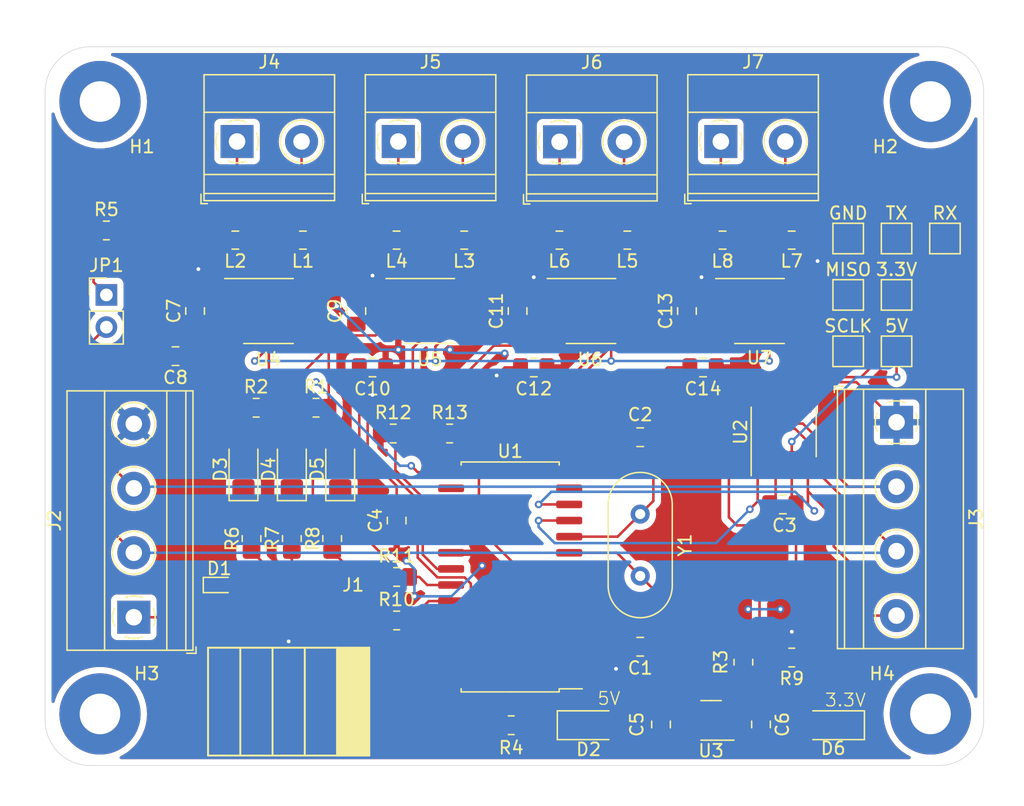
<source format=kicad_pcb>
(kicad_pcb (version 20221018) (generator pcbnew)
  (layers (0 "F.Cu" signal) (31 "B.Cu" signal) (34 "B.Paste" user) (35 "F.Paste" user) (36 "B.SilkS" user "B.Silkscreen") (37 "F.SilkS" user "F.Silkscreen") (38 "B.Mask" user) (39 "F.Mask" user) (44 "Edge.Cuts" user))
  (net 0 "")
  (net 1 "/OSC1")
  (net 2 "GND")
  (net 3 "/OSC2")
  (net 4 "+5V")
  (net 5 "+3.3V")
  (net 6 "Net-(U4-T+)")
  (net 7 "Net-(U4-T-)")
  (net 8 "Net-(U5-T+)")
  (net 9 "Net-(U5-T-)")
  (net 10 "Net-(U6-T+)")
  (net 11 "Net-(U6-T-)")
  (net 12 "Net-(U7-T+)")
  (net 13 "Net-(U7-T-)")
  (net 14 "Net-(D2-K)")
  (net 15 "Net-(D3-K)")
  (net 16 "Net-(D4-K)")
  (net 17 "Net-(D5-K)")
  (net 18 "Net-(D6-K)")
  (net 19 "/~{MCLR}")
  (net 20 "/ICSPDAT")
  (net 21 "/ICSPCLK")
  (net 22 "/CANH")
  (net 23 "/CANL")
  (net 24 "Net-(J4-Pin_1)")
  (net 25 "Net-(J4-Pin_2)")
  (net 26 "Net-(J5-Pin_1)")
  (net 27 "Net-(J5-Pin_2)")
  (net 28 "Net-(J6-Pin_1)")
  (net 29 "Net-(J6-Pin_2)")
  (net 30 "Net-(J7-Pin_1)")
  (net 31 "Net-(J7-Pin_2)")
  (net 32 "Net-(JP1-A)")
  (net 33 "MISO")
  (net 34 "SCLK")
  (net 35 "Net-(U1-RB5)")
  (net 36 "Net-(U1-RB4)")
  (net 37 "Net-(U1-RB3)")
  (net 38 "/CS1")
  (net 39 "/CS2")
  (net 40 "/CS3")
  (net 41 "/CS4")
  (net 42 "/CAN_RX")
  (net 43 "/CAN_TX")
  (footprint "Package_TO_SOT_SMD:SOT-23-3" (layer "F.Cu") (at 153.5375 124.333 180)
    (fp_text reference "U3")
    (fp_text value "AP2120N-3.3TRG1")
  )
  (footprint "Capacitor_SMD:C_0805_2012Metric_Pad1.18x1.45mm_HandSolder" (layer "F.Cu") (at 157.469 124.653 -90)
    (fp_text reference "C6")
    (fp_text value "22uF")
  )
  (footprint "MountingHole:MountingHole_3.2mm_M3_Pad" (layer "F.Cu") (at 170.815 123.825)
    (fp_text reference "H4")
    (fp_text value "MountingHole")
  )
  (footprint "TestPoint:TestPoint_Pad_2.0x2.0mm" (layer "F.Cu") (at 168.145 90.805)
    (fp_text reference "3.3V")
    (fp_text value "TestPoint")
  )
  (footprint "Resistor_SMD:R_0805_2012Metric_Pad1.20x1.40mm_HandSolder" (layer "F.Cu") (at 128.775 116.459)
    (fp_text reference "R10")
    (fp_text value "10k")
  )
  (footprint "LED_SMD:LED_1206_3216Metric_Pad1.42x1.75mm_HandSolder" (layer "F.Cu") (at 116.71 104.5575 90)
    (fp_text reference "D3")
    (fp_text value "YELLOW")
  )
  (footprint "TerminalBlock_Phoenix:TerminalBlock_Phoenix_MKDS-1,5-4-5.08_1x04_P5.08mm_Horizontal" (layer "F.Cu") (at 108.074 116.205 90)
    (fp_text reference "J2")
    (fp_text value "CAN Conn")
  )
  (footprint "TestPoint:TestPoint_Pad_2.0x2.0mm" (layer "F.Cu") (at 168.145 95.25)
    (fp_text reference "5V")
    (fp_text value "TestPoint")
  )
  (footprint "TerminalBlock_Phoenix:TerminalBlock_Phoenix_MKDS-1,5-2-5.08_1x02_P5.08mm_Horizontal" (layer "F.Cu") (at 116.205 78.7146)
    (fp_text reference "J4")
    (fp_text value "Thermocouple conn")
  )
  (footprint "LED_SMD:LED_1206_3216Metric_Pad1.42x1.75mm_HandSolder" (layer "F.Cu") (at 163.153 124.714 180)
    (fp_text reference "D6")
    (fp_text value "GREEN")
  )
  (footprint "TerminalBlock_Phoenix:TerminalBlock_Phoenix_MKDS-1,5-4-5.08_1x04_P5.08mm_Horizontal" (layer "F.Cu") (at 168.145 100.838 -90)
    (fp_text reference "J3")
    (fp_text value "CAN Ext Conn")
  )
  (footprint "Connector_PinHeader_2.54mm:PinHeader_1x02_P2.54mm_Vertical" (layer "F.Cu") (at 105.915 90.805)
    (fp_text reference "JP1")
    (fp_text value "Jumper")
  )
  (footprint "Capacitor_SMD:C_0805_2012Metric_Pad1.18x1.45mm_HandSolder" (layer "F.Cu") (at 139.57 96.52 180)
    (fp_text reference "C12")
    (fp_text value "0.1uF")
  )
  (footprint "Resistor_SMD:R_0805_2012Metric_Pad1.20x1.40mm_HandSolder" (layer "F.Cu") (at 159.89 119.38 180)
    (fp_text reference "R9")
    (fp_text value "120R")
  )
  (footprint "TestPoint:TestPoint_Pad_2.0x2.0mm" (layer "F.Cu") (at 164.335 95.25)
    (fp_text reference "SCLK")
    (fp_text value "TestPoint")
  )
  (footprint "Resistor_SMD:R_0805_2012Metric_Pad1.20x1.40mm_HandSolder" (layer "F.Cu") (at 137.795 124.714 180)
    (fp_text reference "R4")
    (fp_text value "220R")
  )
  (footprint "Fuse:Fuse_0805_2012Metric_Pad1.15x1.40mm_HandSolder" (layer "F.Cu") (at 159.884 86.487 180)
    (fp_text reference "L7")
    (fp_text value "1K @ 100 MHz")
  )
  (footprint "Resistor_SMD:R_0805_2012Metric_Pad1.20x1.40mm_HandSolder" (layer "F.Cu") (at 128.775 113.03)
    (fp_text reference "R11")
    (fp_text value "10k")
  )
  (footprint "TestPoint:TestPoint_Pad_2.0x2.0mm" (layer "F.Cu") (at 168.145 86.36)
    (fp_text reference "TX")
    (fp_text value "TestPoint")
  )
  (footprint "Crystal:Crystal_HC49-4H_Vertical" (layer "F.Cu") (at 147.955 108.077 -90)
    (fp_text reference "Y1")
    (fp_text value "12 MHz")
  )
  (footprint "Package_SO:SOIC-8_3.9x4.9mm_P1.27mm" (layer "F.Cu") (at 118.68 92.075)
    (fp_text reference "U4")
    (fp_text value "MAX31855KASA")
  )
  (footprint "Capacitor_SMD:C_0805_2012Metric_Pad1.18x1.45mm_HandSolder" (layer "F.Cu") (at 151.635 92.075 90)
    (fp_text reference "C13")
    (fp_text value "0.1uF")
  )
  (footprint "Fuse:Fuse_0805_2012Metric_Pad1.15x1.40mm_HandSolder" (layer "F.Cu") (at 128.769 86.487)
    (fp_text reference "L4")
    (fp_text value "1K @ 100 MHz")
  )
  (footprint "LED_SMD:LED_1206_3216Metric_Pad1.42x1.75mm_HandSolder" (layer "F.Cu") (at 143.8855 124.714)
    (fp_text reference "D2")
    (fp_text value "GREEN")
  )
  (footprint "Diode_SMD:D_SOD-523" (layer "F.Cu") (at 114.805 113.665)
    (fp_text reference "D1")
    (fp_text value "1.5KExxA")
  )
  (footprint "Capacitor_SMD:C_0805_2012Metric_Pad1.18x1.45mm_HandSolder" (layer "F.Cu") (at 126.87 96.52 180)
    (fp_text reference "C10")
    (fp_text value "0.1uF")
  )
  (footprint "Capacitor_SMD:C_0805_2012Metric_Pad1.18x1.45mm_HandSolder" (layer "F.Cu") (at 111.3575 95.631 180)
    (fp_text reference "C8")
    (fp_text value "0.1uF")
  )
  (footprint "Capacitor_SMD:C_0805_2012Metric_Pad1.18x1.45mm_HandSolder" (layer "F.Cu") (at 138.3 92.075 90)
    (fp_text reference "C11")
    (fp_text value "0.1uF")
  )
  (footprint "Capacitor_SMD:C_0805_2012Metric_Pad1.18x1.45mm_HandSolder" (layer "F.Cu") (at 159.19 107.315 180)
    (fp_text reference "C3")
    (fp_text value "10uF")
  )
  (footprint "Resistor_SMD:R_0805_2012Metric_Pad1.20x1.40mm_HandSolder" (layer "F.Cu") (at 122.425 99.695)
    (fp_text reference "R1")
    (fp_text value "10k")
  )
  (footprint "Resistor_SMD:R_0805_2012Metric_Pad1.20x1.40mm_HandSolder" (layer "F.Cu") (at 105.915 85.725)
    (fp_text reference "R5")
    (fp_text value "120R")
  )
  (footprint "TerminalBlock_Phoenix:TerminalBlock_Phoenix_MKDS-1,5-2-5.08_1x02_P5.08mm_Horizontal" (layer "F.Cu") (at 154.305 78.7146)
    (fp_text reference "J7")
    (fp_text value "Thermocouple conn")
  )
  (footprint "Resistor_SMD:R_0805_2012Metric_Pad1.20x1.40mm_HandSolder" (layer "F.Cu") (at 117.345 110.0025 -90)
    (fp_text reference "R6")
    (fp_text value "120R")
  )
  (footprint "MountingHole:MountingHole_3.2mm_M3_Pad" (layer "F.Cu") (at 105.41 75.565)
    (fp_text reference "H1")
    (fp_text value "MountingHole")
  )
  (footprint "Capacitor_SMD:C_0805_2012Metric_Pad1.18x1.45mm_HandSolder" (layer "F.Cu") (at 112.9 92.075 90)
    (fp_text reference "C7")
    (fp_text value "0.1uF")
  )
  (footprint "Fuse:Fuse_0805_2012Metric_Pad1.15x1.40mm_HandSolder" (layer "F.Cu") (at 146.939 86.487 180)
    (fp_text reference "L5")
    (fp_text value "1K @ 100 MHz")
  )
  (footprint "Fuse:Fuse_0805_2012Metric_Pad1.15x1.40mm_HandSolder" (layer "F.Cu") (at 141.596 86.487)
    (fp_text reference "L6")
    (fp_text value "1K @ 100 MHz")
  )
  (footprint "Fuse:Fuse_0805_2012Metric_Pad1.15x1.40mm_HandSolder" (layer "F.Cu") (at 121.394 86.487 180)
    (fp_text reference "L1")
    (fp_text value "1K @ 100 MHz")
  )
  (footprint "Capacitor_SMD:C_0805_2012Metric_Pad1.18x1.45mm_HandSolder" (layer "F.Cu") (at 152.905 96.52 180)
    (fp_text reference "C14")
    (fp_text value "0.1uF")
  )
  (footprint "LED_SMD:LED_1206_3216Metric_Pad1.42x1.75mm_HandSolder" (layer "F.Cu") (at 124.33 104.5575 90)
    (fp_text reference "D5")
    (fp_text value "RED")
  )
  (footprint "Resistor_SMD:R_0805_2012Metric_Pad1.20x1.40mm_HandSolder" (layer "F.Cu") (at 123.695 110.0025 -90)
    (fp_text reference "R8")
    (fp_text value "120R")
  )
  (footprint "Fuse:Fuse_0805_2012Metric_Pad1.15x1.40mm_HandSolder" (layer "F.Cu") (at 154.441 86.487)
    (fp_text reference "L8")
    (fp_text value "1K @ 100 MHz")
  )
  (footprint "Package_SO:SOIC-28W_7.5x17.9mm_P1.27mm" (layer "F.Cu") (at 137.714 113.03 180)
    (fp_text reference "U1")
    (fp_text value "PIC18LF26K83")
  )
  (footprint "Package_SO:SOIC-8_3.9x4.9mm_P1.27mm" (layer "F.Cu") (at 131.38 92.075)
    (fp_text reference "U5")
    (fp_text value "MAX31855KASA")
  )
  (footprint "Capacitor_SMD:C_0805_2012Metric_Pad1.18x1.45mm_HandSolder" (layer "F.Cu") (at 128.775 108.585 90)
    (fp_text reference "C4")
    (fp_text value "0.1uF")
  )
  (footprint "Capacitor_SMD:C_0805_2012Metric_Pad1.18x1.45mm_HandSolder" (layer "F.Cu") (at 149.595 124.653 -90)
    (fp_text reference "C5")
    (fp_text value "4.7uF")
  )
  (footprint "MountingHole:MountingHole_3.2mm_M3_Pad" (layer "F.Cu") (at 105.41 123.825)
    (fp_text reference "H3")
    (fp_text value "MountingHole")
  )
  (footprint "TestPoint:TestPoint_Pad_2.0x2.0mm" (layer "F.Cu") (at 164.335 86.36)
    (fp_text reference "GND")
    (fp_text value "TestPoint")
  )
  (footprint "Fuse:Fuse_0805_2012Metric_Pad1.15x1.40mm_HandSolder" (layer "F.Cu") (at 134.094 86.487 180)
    (fp_text reference "L3")
    (fp_text value "1K @ 100 MHz")
  )
  (footprint "Package_SO:SOIC-8_3.9x4.9mm_P1.27mm" (layer "F.Cu") (at 159.255 101.6 90)
    (fp_text reference "U2")
    (fp_text value "MCP2562")
  )
  (footprint "Resistor_SMD:R_0805_2012Metric_Pad1.20x1.40mm_HandSolder" (layer "F.Cu") (at 156.08 119.745 -90)
    (fp_text reference "R3")
    (fp_text value "10k")
  )
  (footprint "Capacitor_SMD:C_0805_2012Metric_Pad1.18x1.45mm_HandSolder" (layer "F.Cu") (at 125.6 92.075 90)
    (fp_text reference "C9")
    (fp_text value "0.1uF")
  )
  (footprint "TerminalBlock_Phoenix:TerminalBlock_Phoenix_MKDS-1,5-2-5.08_1x02_P5.08mm_Horizontal" (layer "F.Cu") (at 141.605 78.74)
    (fp_text reference "J6")
    (fp_text value "Thermocouple conn")
  )
  (footprint "Resistor_SMD:R_0805_2012Metric_Pad1.20x1.40mm_HandSolder" (layer "F.Cu") (at 132.95 101.727)
    (fp_text reference "R13")
    (fp_text value "10k")
  )
  (footprint "Resistor_SMD:R_0805_2012Metric_Pad1.20x1.40mm_HandSolder" (layer "F.Cu") (at 120.52 110.0025 -90)
    (fp_text reference "R7")
    (fp_text value "120R")
  )
  (footprint "Resistor_SMD:R_0805_2012Metric_Pad1.20x1.40mm_HandSolder" (layer "F.Cu") (at 117.71 99.695)
    (fp_text reference "R2")
    (fp_text value "10k")
  )
  (footprint "TestPoint:TestPoint_Pad_2.0x2.0mm" (layer "F.Cu") (at 171.955 86.36)
    (fp_text reference "RX")
    (fp_text value "TestPoint")
  )
  (footprint "Capacitor_SMD:C_0805_2012Metric_Pad1.18x1.45mm_HandSolder" (layer "F.Cu") (at 147.955 102.018 180)
    (fp_text reference "C2")
    (fp_text value "27pF")
  )
  (footprint "Resistor_SMD:R_0805_2012Metric_Pad1.20x1.40mm_HandSolder" (layer "F.Cu") (at 128.505 101.727)
    (fp_text reference "R12")
    (fp_text value "10k")
  )
  (footprint "Package_SO:SOIC-8_3.9x4.9mm_P1.27mm" (layer "F.Cu") (at 144.08 92.075)
    (fp_text reference "U6")
    (fp_text value "MAX31855KASA")
  )
  (footprint "Fuse:Fuse_0805_2012Metric_Pad1.15x1.40mm_HandSolder" (layer "F.Cu") (at 116.069 86.487)
    (fp_text reference "L2")
    (fp_text value "1K @ 100 MHz")
  )
  (footprint "Capacitor_SMD:C_0805_2012Metric_Pad1.18x1.45mm_HandSolder" (layer "F.Cu") (at 147.955 118.528 180)
    (fp_text reference "C1")
    (fp_text value "27pF")
  )
  (footprint "MountingHole:MountingHole_3.2mm_M3_Pad" (layer "F.Cu") (at 170.815 75.565)
    (fp_text reference "H2")
    (fp_text value "MountingHole")
  )
  (footprint "TestPoint:TestPoint_Pad_2.0x2.0mm" (layer "F.Cu") (at 164.335 90.805)
    (fp_text reference "MISO")
    (fp_text value "TestPoint")
  )
  (footprint "canhw:PinHeader_5x2.54_SMD_90deg_952-3198-1-ND" (layer "F.Cu") (at 125.349 116.205 180)
    (fp_text reference "J1")
    (fp_text value "Prog Conn")
  )
  (footprint "LED_SMD:LED_1206_3216Metric_Pad1.42x1.75mm_HandSolder" (layer "F.Cu") (at 120.52 104.5575 90)
    (fp_text reference "D4")
    (fp_text value "ORANGE")
  )
  (footprint "Package_SO:SOIC-8_3.9x4.9mm_P1.27mm" (layer "F.Cu") (at 157.35 92.075)
    (fp_text reference "U7")
    (fp_text value "MAX31855KASA")
  )
  (footprint "TerminalBlock_Phoenix:TerminalBlock_Phoenix_MKDS-1,5-2-5.08_1x02_P5.08mm_Horizontal" (layer "F.Cu") (at 128.905 78.7146)
    (fp_text reference "J5")
    (fp_text value "Thermocouple conn")
  )
  (gr_arc (start 104.648 127.889) (mid 102.133528 126.847472) (end 101.092 124.333) (stroke (width 0.05)) (layer "Edge.Cuts"))
  (gr_line (start 101.092 74.803) (end 101.092 124.333) (stroke (width 0.05)) (layer "Edge.Cuts"))
  (gr_line (start 104.648 71.247) (end 171.45 71.247) (stroke (width 0.05)) (layer "Edge.Cuts"))
  (gr_arc (start 101.092 74.803) (mid 102.133528 72.288528) (end 104.648 71.247) (stroke (width 0.05)) (layer "Edge.Cuts"))
  (gr_arc (start 171.45 71.247) (mid 173.964472 72.288528) (end 175.006 74.803) (stroke (width 0.05)) (layer "Edge.Cuts"))
  (gr_arc (start 175.006 124.333) (mid 173.964472 126.847472) (end 171.45 127.889) (stroke (width 0.05)) (layer "Edge.Cuts"))
  (gr_line (start 171.45 127.889) (end 104.648 127.889) (stroke (width 0.05)) (layer "Edge.Cuts"))
  (gr_line (start 175.006 74.803) (end 175.006 124.333) (stroke (width 0.05)) (layer "Edge.Cuts"))
  (gr_text "3.3V" (at 162.433 123.317) (layer "F.SilkS") (effects (font (size 1 1) (thickness 0.1)) (justify left bottom)))
  (gr_text "5V" (at 144.526 123.19) (layer "F.SilkS") (effects (font (size 1 1) (thickness 0.1)) (justify left bottom)))
  (segment (start 148.9925 118.528) (end 148.9925 113.9945) (width 0.2) (layer "F.Cu") (net 1))
  (segment (start 148.9925 113.9945) (end 147.955 112.957) (width 0.2) (layer "F.Cu") (net 1))
  (segment (start 147.955 112.957) (end 146.123 111.125) (width 0.2) (layer "F.Cu") (net 1))
  (segment (start 146.123 111.125) (end 142.364 111.125) (width 0.2) (layer "F.Cu") (net 1))
  (segment (start 136.795 125.746) (end 136.795 124.714) (width 0.2) (layer "F.Cu") (net 2))
  (segment (start 157.35 99.125) (end 157.35 98.174) (width 0.2) (layer "F.Cu") (net 2))
  (segment (start 154.675 125.283) (end 150.0025 125.283) (width 0.2) (layer "F.Cu") (net 2))
  (segment (start 158.89 119.38) (end 158.89 118.351) (width 0.2) (layer "F.Cu") (net 2))
  (segment (start 128.775 105.85029) (end 128.775 107.5475) (width 0.2) (layer "F.Cu") (net 2))
  (segment (start 158.62 104.075) (end 158.62 102.359) (width 0.2) (layer "F.Cu") (net 2))
  (segment (start 128.905 90.17) (end 127.762 90.17) (width 0.2) (layer "F.Cu") (net 2))
  (segment (start 110.32 98.719) (end 108.074 100.965) (width 0.2) (layer "F.Cu") (net 2))
  (segment (start 154.875 90.17) (end 153.543 90.17) (width 0.2) (layer "F.Cu") (net 2))
  (segment (start 158.877 124.587) (end 157.7735 125.6905) (width 0.2) (layer "F.Cu") (net 2))
  (segment (start 116.521 114.681) (end 115.505 113.665) (width 0.2) (layer "F.Cu") (net 2))
  (segment (start 153.543 90.17) (end 152.781 89.408) (width 0.2) (layer "F.Cu") (net 2))
  (segment (start 154.94 108.331) (end 155.575 108.966) (width 0.2) (layer "F.Cu") (net 2))
  (segment (start 120.269 116.205) (end 120.269 118.11) (width 0.2) (layer "F.Cu") (net 2))
  (segment (start 157.35 98.174) (end 157.842 97.682) (width 0.2) (layer "F.Cu") (net 2))
  (segment (start 120.269 116.205) (end 119.888 116.205) (width 0.2) (layer "F.Cu") (net 2))
  (segment (start 154.94 99.5925) (end 154.94 108.331) (width 0.2) (layer "F.Cu") (net 2))
  (segment (start 110.32 95.631) (end 110.32 98.719) (width 0.2) (layer "F.Cu") (net 2))
  (segment (start 144.653 116.2635) (end 146.9175 118.528) (width 0.2) (layer "F.Cu") (net 2))
  (segment (start 125.8325 96.52) (end 125.8325 102.90779) (width 0.2) (layer "F.Cu") (net 2))
  (segment (start 163.703 86.36) (end 161.925 88.138) (width 0.2) (layer "F.Cu") (net 2))
  (segment (start 150.114 96.52) (end 146.9175 99.7165) (width 0.2) (layer "F.Cu") (net 2))
  (segment (start 114.554 90.17) (end 113.919 89.535) (width 0.2) (layer "F.Cu") (net 2))
  (segment (start 138.43 112.395) (end 142.364 112.395) (width 0.2) (layer "F.Cu") (net 2))
  (segment (start 158.89 119.38) (end 158.877 119.393) (width 0.2) (layer "F.Cu") (net 2))
  (segment (start 149.1745 126.111) (end 137.16 126.111) (width 0.2) (layer "F.Cu") (net 2))
  (segment (start 164.335 86.36) (end 163.703 86.36) (width 0.2) (layer "F.Cu") (net 2))
  (segment (start 158.1525 108.0395) (end 158.1525 107.315) (width 0.2) (layer "F.Cu") (net 2))
  (segment (start 158.62 104.075) (end 158.62 106.8475) (width 0.2) (layer "F.Cu") (net 2))
  (segment (start 146.9175 99.7165) (end 146.9175 102.018) (width 0.2) (layer "F.Cu") (net 2))
  (segment (start 111.506 89.535) (end 110.32 90.721) (width 0.2) (layer "F.Cu") (net 2))
  (segment (start 138.5325 96.52) (end 137.287 96.52) (width 0.2) (layer "F.Cu") (net 2))
  (segment (start 113.919 89.535) (end 111.506 89.535) (width 0.2) (layer "F.Cu") (net 2))
  (segment (start 146.9175 119.4015) (end 146.05 120.269) (width 0.2) (layer "F.Cu") (net 2))
  (segment (start 141.605 90.17) (end 140.335 90.17) (width 0.2) (layer "F.Cu") (net 2))
  (segment (start 155.575 108.966) (end 157.226 108.966) (width 0.2) (layer "F.Cu") (net 2))
  (segment (start 144.653 113.411) (end 144.653 116.2635) (width 0.2) (layer "F.Cu") (net 2))
  (segment (start 146.9175 118.528) (end 146.9175 119.4015) (width 0.2) (layer "F.Cu") (net 2))
  (segment (start 110.32 90.721) (end 110.32 95.631) (width 0.2) (layer "F.Cu") (net 2))
  (segment (start 142.364 112.395) (end 143.637 112.395) (width 0.2) (layer "F.Cu") (net 2))
  (segment (start 157.226 108.966) (end 158.1525 108.0395) (width 0.2) (layer "F.Cu") (net 2))
  (segment (start 118.364 114.681) (end 116.521 114.681) (width 0.2) (layer "F.Cu") (net 2))
  (segment (start 151.8675 96.52) (end 150.114 96.52) (width 0.2) (layer "F.Cu") (net 2))
  (segment (start 157.7735 125.6905) (end 157.469 125.6905) (width 0.2) (layer "F.Cu") (net 2))
  (segment (start 151.8675 96.52) (end 154.94 99.5925) (width 0.2) (layer "F.Cu") (net 2))
  (segment (start 119.888 116.205) (end 118.364 114.681) (width 0.2) (layer "F.Cu") (net 2))
  (segment (start 127.762 90.17) (end 126.873 89.281) (width 0.2) (layer "F.Cu") (net 2))
  (segment (start 140.335 90.17) (end 139.573 89.408) (width 0.2) (layer "F.Cu") (net 2))
  (segment (start 135.89 109.855) (end 138.43 112.395) (width 0.2) (layer "F.Cu") (net 2))
  (segment (start 157.469 125.6905) (end 157.4405 125.6905) (width 0.2) (layer "F.Cu") (net 2))
  (segment (start 125.8325 96.52) (end 125.8325 97.6385) (width 0.2) (layer "F.Cu") (net 2))
  (segment (start 159.893 117.348) (end 159.766 117.475) (width 0.2) (layer "F.Cu") (net 2))
  (segment (start 157.4405 125.6905) (end 157.033 125.283) (width 0.2) (layer "F.Cu") (net 2))
  (segment (start 113.919 89.535) (end 113.157 88.773) (width 0.2) (layer "F.Cu") (net 2))
  (segment (start 157.033 125.283) (end 154.675 125.283) (width 0.2) (layer "F.Cu") (net 2))
  (segment (start 125.8325 97.6385) (end 126.873 98.679) (width 0.2) (layer "F.Cu") (net 2))
  (segment (start 158.877 119.393) (end 158.877 124.587) (width 0.2) (layer "F.Cu") (net 2))
  (segment (start 149.595 125.6905) (end 149.1745 126.111) (width 0.2) (layer "F.Cu") (net 2))
  (segment (start 150.0025 125.283) (end 149.595 125.6905) (width 0.2) (layer "F.Cu") (net 2))
  (segment (start 158.89 118.351) (end 159.893 117.348) (width 0.2) (layer "F.Cu") (net 2))
  (segment (start 158.62 106.8475) (end 158.1525 107.315) (width 0.2) (layer "F.Cu") (net 2))
  (segment (start 133.064 109.855) (end 135.89 109.855) (width 0.2) (layer "F.Cu") (net 2))
  (segment (start 164.989 97.682) (end 168.145 100.838) (width 0.2) (layer "F.Cu") (net 2))
  (segment (start 137.16 126.111) (end 136.795 125.746) (width 0.2) (layer "F.Cu") (net 2))
  (segment (start 116.205 90.17) (end 114.554 90.17) (width 0.2) (layer "F.Cu") (net 2))
  (segment (start 137.287 96.52) (end 136.652 97.155) (width 0.2) (layer "F.Cu") (net 2))
  (segment (start 125.8325 102.90779) (end 128.775 105.85029) (width 0.2) (layer "F.Cu") (net 2))
  (segment (start 158.62 102.359) (end 157.35 101.089) (width 0.2) (layer "F.Cu") (net 2))
  (segment (start 157.842 97.682) (end 164.989 97.682) (width 0.2) (layer "F.Cu") (net 2))
  (segment (start 143.637 112.395) (end 144.653 113.411) (width 0.2) (layer "F.Cu") (net 2))
  (segment (start 157.35 101.089) (end 157.35 99.125) (width 0.2) (layer "F.Cu") (net 2))
  (via (at 152.781 89.408) (size 0.6) (drill 0.3) (layers "F.Cu" "B.Cu") (net 2))
  (via (at 113.157 88.773) (size 0.6) (drill 0.3) (layers "F.Cu" "B.Cu") (net 2))
  (via (at 161.925 88.138) (size 0.6) (drill 0.3) (layers "F.Cu" "B.Cu") (net 2))
  (via (at 139.573 89.408) (size 0.6) (drill 0.3) (layers "F.Cu" "B.Cu") (net 2))
  (via (at 159.893 117.348) (size 0.6) (drill 0.3) (layers "F.Cu" "B.Cu") (net 2))
  (via (at 126.873 98.679) (size 0.6) (drill 0.3) (layers "F.Cu" "B.Cu") (net 2))
  (via (at 120.269 118.11) (size 0.6) (drill 0.3) (layers "F.Cu" "B.Cu") (net 2))
  (via (at 136.652 97.155) (size 0.6) (drill 0.3) (layers "F.Cu" "B.Cu") (net 2))
  (via (at 146.05 120.269) (size 0.6) (drill 0.3) (layers "F.Cu" "B.Cu") (net 2))
  (via (at 126.873 89.281) (size 0.6) (drill 0.3) (layers "F.Cu" "B.Cu") (net 2))
  (segment (start 148.9925 102.018) (end 148.9925 107.0395) (width 0.2) (layer "F.Cu") (net 3))
  (segment (start 146.177 109.855) (end 142.364 109.855) (width 0.2) (layer "F.Cu") (net 3))
  (segment (start 148.9925 107.0395) (end 147.955 108.077) (width 0.2) (layer "F.Cu") (net 3))
  (segment (start 147.955 108.077) (end 146.177 109.855) (width 0.2) (layer "F.Cu") (net 3))
  (segment (start 157.353 114.808) (end 160.2275 111.9335) (width 0.2) (layer "F.Cu") (net 4))
  (segment (start 153.143604 123.6155) (end 154.585104 122.174) (width 0.2) (layer "F.Cu") (net 4))
  (segment (start 160.2275 107.315) (end 159.89 106.9775) (width 0.2) (layer "F.Cu") (net 4))
  (segment (start 143.468 122.809) (end 145.373 124.714) (width 0.2) (layer "F.Cu") (net 4))
  (segment (start 146.812 124.714) (end 147.9105 123.6155) (width 0.2) (layer "F.Cu") (net 4))
  (segment (start 168.145 95.25) (end 168.145 97.279) (width 0.2) (layer "F.Cu") (net 4))
  (segment (start 156.972 122.174) (end 157.353 121.793) (width 0.2) (layer "F.Cu") (net 4))
  (segment (start 159.893 102.362) (end 159.89 102.365) (width 0.2) (layer "F.Cu") (net 4))
  (segment (start 159.89 104.075) (end 159.89 102.365) (width 0.2) (layer "F.Cu") (net 4))
  (segment (start 147.9105 123.6155) (end 149.595 123.6155) (width 0.2) (layer "F.Cu") (net 4))
  (segment (start 168.145 97.279) (end 168.148 97.282) (width 0.2) (layer "F.Cu") (net 4))
  (segment (start 151.6825 123.6155) (end 152.4 124.333) (width 0.2) (layer "F.Cu") (net 4))
  (segment (start 159.89 106.9775) (end 159.89 104.075) (width 0.2) (layer "F.Cu") (net 4))
  (segment (start 149.595 123.6155) (end 151.6825 123.6155) (width 0.2) (layer "F.Cu") (net 4))
  (segment (start 108.074 116.205) (end 110.109 116.205) (width 0.2) (layer "F.Cu") (net 4))
  (segment (start 114.105 117.661) (end 119.253 122.809) (width 0.2) (layer "F.Cu") (net 4))
  (segment (start 160.2275 111.9335) (end 160.2275 107.315) (width 0.2) (layer "F.Cu") (net 4))
  (segment (start 119.253 122.809) (end 143.468 122.809) (width 0.2) (layer "F.Cu") (net 4))
  (segment (start 160.2275 111.9335) (end 160.2275 112.6025) (width 0.2) (layer "F.Cu") (net 4))
  (segment (start 160.2275 112.6025) (end 163.703 116.078) (width 0.2) (layer "F.Cu") (net 4))
  (segment (start 112.649 113.665) (end 114.105 113.665) (width 0.2) (layer "F.Cu") (net 4))
  (segment (start 110.109 116.205) (end 112.649 113.665) (width 0.2) (layer "F.Cu") (net 4))
  (segment (start 114.105 113.665) (end 114.105 117.661) (width 0.2) (layer "F.Cu") (net 4))
  (segment (start 145.373 124.714) (end 146.812 124.714) (width 0.2) (layer "F.Cu") (net 4))
  (segment (start 163.703 116.078) (end 168.145 116.078) (width 0.2) (layer "F.Cu") (net 4))
  (segment (start 157.353 121.793) (end 157.353 114.808) (width 0.2) (layer "F.Cu") (net 4))
  (segment (start 151.6825 123.6155) (end 153.143604 123.6155) (width 0.2) (layer "F.Cu") (net 4))
  (segment (start 154.585104 122.174) (end 156.972 122.174) (width 0.2) (layer "F.Cu") (net 4))
  (via (at 168.148 97.282) (size 0.6) (drill 0.3) (layers "F.Cu" "B.Cu") (net 4))
  (via (at 159.893 102.362) (size 0.6) (drill 0.3) (layers "F.Cu" "B.Cu") (net 4))
  (segment (start 168.148 97.282) (end 164.973 97.282) (width 0.2) (layer "B.Cu") (net 4))
  (segment (start 164.973 97.282) (end 159.893 102.362) (width 0.2) (layer "B.Cu") (net 4))
  (segment (start 157.99 116.584) (end 159.004 115.57) (width 0.2) (layer "F.Cu") (net 5))
  (segment (start 141.605 93.98) (end 141.185 94.4) (width 0.2) (layer "F.Cu") (net 5))
  (segment (start 133.064 111.125) (end 134.493 111.125) (width 0.2) (layer "F.Cu") (net 5))
  (segment (start 155.517314 96.52) (end 158.727314 93.31) (width 0.2) (layer "F.Cu") (net 5))
  (segment (start 129.299 114.554) (end 130.175 114.554) (width 0.2) (layer "F.Cu") (net 5))
  (segment (start 141.185 94.4) (end 136.818 94.4) (width 0.2) (layer "F.Cu") (net 5))
  (segment (start 160.836396 92.11) (end 161.182396 92.456) (width 0.2) (layer "F.Cu") (net 5))
  (segment (start 127.775 113.03) (end 129.299 114.554) (width 0.2) (layer "F.Cu") (net 5))
  (segment (start 156.08 118.745) (end 156.08 115.954) (width 0.2) (layer "F.Cu") (net 5))
  (segment (start 137.287 95.4125) (end 136.8145 95.885) (width 0.2) (layer "F.Cu") (net 5))
  (segment (start 158.149315 92.11) (end 160.836396 92.11) (width 0.2) (layer "F.Cu") (net 5))
  (segment (start 153.9425 96.52) (end 155.517314 96.52) (width 0.2) (layer "F.Cu") (net 5))
  (segment (start 165.284 92.456) (end 165.843 91.897) (width 0.2) (layer "F.Cu") (net 5))
  (segment (start 156.08 115.954) (end 156.464 115.57) (width 0.2) (layer "F.Cu") (net 5))
  (segment (start 156.279314 93.98) (end 158.149315 92.11) (width 0.2) (layer "F.Cu") (net 5))
  (segment (start 159.004 115.57) (end 158.877 115.697) (width 0.2) (layer "F.Cu") (net 5))
  (segment (start 157.99 123.0945) (end 157.99 116.584) (width 0.2) (layer "F.Cu") (net 5))
  (segment (start 165.843 91.897) (end 165.843 87.522) (width 0.2) (layer "F.Cu") (net 5))
  (segment (start 161.182396 92.456) (end 162.941 92.456) (width 0.2) (layer "F.Cu") (net 5))
  (segment (start 136.818 94.4) (end 136.652 94.234) (width 0.2) (layer "F.Cu") (net 5))
  (segment (start 157.469 123.6155) (end 157.99 123.0945) (width 0.2) (layer "F.Cu") (net 5))
  (segment (start 154.875 93.98) (end 156.279314 93.98) (width 0.2) (layer "F.Cu") (net 5))
  (segment (start 165.843 87.522) (end 166.3065 87.0585) (width 0.2) (layer "F.Cu") (net 5))
  (segment (start 162.087 93.31) (end 162.941 92.456) (width 0.2) (layer "F.Cu") (net 5))
  (segment (start 158.727314 93.31) (end 162.087 93.31) (width 0.2) (layer "F.Cu") (net 5))
  (segment (start 128.775 110.995) (end 129.54 111.76) (width 0.2) (layer "F.Cu") (net 5))
  (segment (start 128.905 93.98) (end 128.905 95.123) (width 0.2) (layer "F.Cu") (net 5))
  (segment (start 162.941 92.456) (end 165.284 92.456) (width 0.2) (layer "F.Cu") (net 5))
  (segment (start 136.8145 95.885) (end 136.398 95.885) (width 0.2) (layer "F.Cu") (net 5))
  (segment (start 134.493 111.125) (end 135.509 112.141) (width 0.2) (layer "F.Cu") (net 5))
  (segment (start 128.775 109.6225) (end 128.775 110.995) (width 0.2) (layer "F.Cu") (net 5))
  (via (at 129.54 111.76) (size 0.6) (drill 0.3) (layers "F.Cu" "B.Cu") (net 5))
  (via (at 135.509 112.141) (size 0.6) (drill 0.3) (layers "F.Cu" "B.Cu") (net 5))
  (via (at 124.079 91.694) (size 0.6) (drill 0.3) (layers "F.Cu" "B.Cu") (net 5))
  (via (at 132.969 95.123) (size 0.6) (drill 0.3) (layers "F.Cu" "B.Cu") (net 5))
  (via (at 159.004 115.57) (size 0.6) (drill 0.3) (layers "F.Cu" "B.Cu") (net 5))
  (via (at 137.287 95.4125) (size 0.6) (drill 0.3) (layers "F.Cu" "B.Cu") (net 5))
  (via (at 128.905 95.123) (size 0.6) (drill 0.3) (layers "F.Cu" "B.Cu") (net 5))
  (via (at 156.464 115.57) (size 0.6) (drill 0.3) (layers "F.Cu" "B.Cu") (net 5))
  (via (at 130.175 114.554) (size 0.6) (drill 0.3) (layers "F.Cu" "B.Cu") (net 5))
  (segment (start 133.223 95.377) (end 132.969 95.123) (width 0.2) (layer "B.Cu") (net 5))
  (segment (start 127.508 95.123) (end 124.079 91.694) (width 0.2) (layer "B.Cu") (net 5))
  (segment (start 137.2515 95.377) (end 133.223 95.377) (width 0.2) (layer "B.Cu") (net 5))
  (segment (start 130.175 112.395) (end 130.175 114.554) (width 0.2) (layer "B.Cu") (net 5))
  (segment (start 129.54 111.76) (end 130.175 112.395) (width 0.2) (layer "B.Cu") (net 5))
  (segment (start 156.464 115.57) (end 159.004 115.57) (width 0.2) (layer "B.Cu") (net 5))
  (segment (start 133.096 114.554) (end 130.175 114.554) (width 0.2) (layer "B.Cu") (net 5))
  (segment (start 135.509 112.141) (end 133.096 114.554) (width 0.2) (layer "B.Cu") (net 5))
  (segment (start 128.905 95.123) (end 132.969 95.123) (width 0.2) (layer "B.Cu") (net 5))
  (segment (start 137.287 95.4125) (end 137.2515 95.377) (width 0.2) (layer "B.Cu") (net 5))
  (segment (start 128.905 95.123) (end 127.508 95.123) (width 0.2) (layer "B.Cu") (net 5))
  (segment (start 120.369 86.487) (end 119.38 86.487) (width 0.2) (layer "F.Cu") (net 6))
  (segment (start 118.999 91.313) (end 117.602 92.71) (width 0.2) (layer "F.Cu") (net 6))
  (segment (start 116.205 92.71) (end 113.3025 92.71) (width 0.2) (layer "F.Cu") (net 6))
  (segment (start 117.602 92.71) (end 116.205 92.71) (width 0.2) (layer "F.Cu") (net 6))
  (segment (start 113.3025 92.71) (end 112.9 93.1125) (width 0.2) (layer "F.Cu") (net 6))
  (segment (start 118.999 86.868) (end 118.999 91.313) (width 0.2) (layer "F.Cu") (net 6))
  (segment (start 119.38 86.487) (end 118.999 86.868) (width 0.2) (layer "F.Cu") (net 6))
  (segment (start 116.205 91.44) (end 113.3025 91.44) (width 0.2) (layer "F.Cu") (net 7))
  (segment (start 117.729 91.44) (end 116.205 91.44) (width 0.2) (layer "F.Cu") (net 7))
  (segment (start 117.983 86.487) (end 118.364 86.868) (width 0.2) (layer "F.Cu") (net 7))
  (segment (start 117.094 86.487) (end 117.983 86.487) (width 0.2) (layer "F.Cu") (net 7))
  (segment (start 118.364 86.868) (end 118.364 90.805) (width 0.2) (layer "F.Cu") (net 7))
  (segment (start 118.364 90.805) (end 117.729 91.44) (width 0.2) (layer "F.Cu") (net 7))
  (segment (start 113.3025 91.44) (end 112.9 91.0375) (width 0.2) (layer "F.Cu") (net 7))
  (segment (start 131.699 91.313) (end 130.302 92.71) (width 0.2) (layer "F.Cu") (net 8))
  (segment (start 133.069 86.487) (end 132.08 86.487) (width 0.2) (layer "F.Cu") (net 8))
  (segment (start 128.905 92.71) (end 126.0025 92.71) (width 0.2) (layer "F.Cu") (net 8))
  (segment (start 126.0025 92.71) (end 125.6 93.1125) (width 0.2) (layer "F.Cu") (net 8))
  (segment (start 132.08 86.487) (end 131.699 86.868) (width 0.2) (layer "F.Cu") (net 8))
  (segment (start 130.302 92.71) (end 128.905 92.71) (width 0.2) (layer "F.Cu") (net 8))
  (segment (start 131.699 86.868) (end 131.699 91.313) (width 0.2) (layer "F.Cu") (net 8))
  (segment (start 131.064 86.868) (end 131.064 90.805) (width 0.2) (layer "F.Cu") (net 9))
  (segment (start 130.429 91.44) (end 128.905 91.44) (width 0.2) (layer "F.Cu") (net 9))
  (segment (start 130.683 86.487) (end 131.064 86.868) (width 0.2) (layer "F.Cu") (net 9))
  (segment (start 131.064 90.805) (end 130.429 91.44) (width 0.2) (layer "F.Cu") (net 9))
  (segment (start 126.0025 91.44) (end 125.6 91.0375) (width 0.2) (layer "F.Cu") (net 9))
  (segment (start 128.905 91.44) (end 126.0025 91.44) (width 0.2) (layer "F.Cu") (net 9))
  (segment (start 129.794 86.487) (end 130.683 86.487) (width 0.2) (layer "F.Cu") (net 9))
  (segment (start 138.7025 92.71) (end 138.3 93.1125) (width 0.2) (layer "F.Cu") (net 10))
  (segment (start 144.526 91.186) (end 143.002 92.71) (width 0.2) (layer "F.Cu") (net 10))
  (segment (start 141.605 92.71) (end 138.7025 92.71) (width 0.2) (layer "F.Cu") (net 10))
  (segment (start 145.034 86.487) (end 144.526 86.995) (width 0.2) (layer "F.Cu") (net 10))
  (segment (start 143.002 92.71) (end 141.605 92.71) (width 0.2) (layer "F.Cu") (net 10))
  (segment (start 144.526 86.995) (end 144.526 91.186) (width 0.2) (layer "F.Cu") (net 10))
  (segment (start 145.914 86.487) (end 145.034 86.487) (width 0.2) (layer "F.Cu") (net 10))
  (segment (start 143.256 91.44) (end 141.605 91.44) (width 0.2) (layer "F.Cu") (net 11))
  (segment (start 138.7025 91.44) (end 141.605 91.44) (width 0.2) (layer "F.Cu") (net 11))
  (segment (start 138.3 91.0375) (end 138.7025 91.44) (width 0.2) (layer "F.Cu") (net 11))
  (segment (start 144.018 90.678) (end 143.256 91.44) (width 0.2) (layer "F.Cu") (net 11))
  (segment (start 144.018 87.02675) (end 144.018 90.678) (width 0.2) (layer "F.Cu") (net 11))
  (segment (start 142.621 86.487) (end 143.47825 86.487) (width 0.2) (layer "F.Cu") (net 11))
  (segment (start 143.47825 86.487) (end 144.018 87.02675) (width 0.2) (layer "F.Cu") (net 11))
  (segment (start 154.875 92.71) (end 152.0375 92.71) (width 0.2) (layer "F.Cu") (net 12))
  (segment (start 157.48 91.567) (end 156.337 92.71) (width 0.2) (layer "F.Cu") (net 12))
  (segment (start 157.48 86.995) (end 157.48 91.567) (width 0.2) (layer "F.Cu") (net 12))
  (segment (start 157.988 86.487) (end 157.48 86.995) (width 0.2) (layer "F.Cu") (net 12))
  (segment (start 152.0375 92.71) (end 151.635 93.1125) (width 0.2) (layer "F.Cu") (net 12))
  (segment (start 156.337 92.71) (end 154.875 92.71) (width 0.2) (layer "F.Cu") (net 12))
  (segment (start 158.859 86.487) (end 157.988 86.487) (width 0.2) (layer "F.Cu") (net 12))
  (segment (start 156.845 86.995) (end 156.845 90.805) (width 0.2) (layer "F.Cu") (net 13))
  (segment (start 156.845 90.805) (end 156.21 91.44) (width 0.2) (layer "F.Cu") (net 13))
  (segment (start 156.21 91.44) (end 154.875 91.44) (width 0.2) (layer "F.Cu") (net 13))
  (segment (start 151.635 91.0375) (end 152.0375 91.44) (width 0.2) (layer "F.Cu") (net 13))
  (segment (start 152.0375 91.44) (end 154.875 91.44) (width 0.2) (layer "F.Cu") (net 13))
  (segment (start 156.337 86.487) (end 156.845 86.995) (width 0.2) (layer "F.Cu") (net 13))
  (segment (start 155.466 86.487) (end 156.337 86.487) (width 0.2) (layer "F.Cu") (net 13))
  (segment (start 138.795 124.714) (end 142.398 124.714) (width 0.2) (layer "F.Cu") (net 14))
  (segment (start 116.713 106.045) (end 117.348 106.68) (width 0.2) (layer "F.Cu") (net 15))
  (segment (start 116.71 106.045) (end 116.713 106.045) (width 0.2) (layer "F.Cu") (net 15))
  (segment (start 117.348 106.68) (end 117.345 106.683) (width 0.2) (layer "F.Cu") (net 15))
  (segment (start 117.345 106.683) (end 117.345 109.0025) (width 0.2) (layer "F.Cu") (net 15))
  (segment (start 120.52 106.045) (end 120.52 109.0025) (width 0.2) (layer "F.Cu") (net 16))
  (segment (start 123.695 106.68) (end 123.695 109.0025) (width 0.2) (layer "F.Cu") (net 17))
  (segment (start 124.33 106.045) (end 123.695 106.68) (width 0.2) (layer "F.Cu") (net 17))
  (segment (start 160.89 120.9635) (end 164.6405 124.714) (width 0.2) (layer "F.Cu") (net 18))
  (segment (start 160.89 119.38) (end 160.89 120.9635) (width 0.2) (layer "F.Cu") (net 18))
  (segment (start 138.684 121.285) (end 142.364 121.285) (width 0.2) (layer "F.Cu") (net 19))
  (segment (start 125.349 116.205) (end 125.349 117.082371) (width 0.2) (layer "F.Cu") (net 19))
  (segment (start 152.4 122.301) (end 145.161 122.301) (width 0.2) (layer "F.Cu") (net 19))
  (segment (start 126.795629 118.529) (end 130.41419 118.529) (width 0.2) (layer "F.Cu") (net 19))
  (segment (start 125.349 117.082371) (end 126.795629 118.529) (width 0.2) (layer "F.Cu") (net 19))
  (segment (start 135.520595 118.121595) (end 138.684 121.285) (width 0.2) (layer "F.Cu") (net 19))
  (segment (start 130.821595 118.121595) (end 135.520595 118.121595) (width 0.2) (layer "F.Cu") (net 19))
  (segment (start 153.956 120.745) (end 152.4 122.301) (width 0.2) (layer "F.Cu") (net 19))
  (segment (start 145.161 122.301) (end 144.145 121.285) (width 0.2) (layer "F.Cu") (net 19))
  (segment (start 156.08 120.745) (end 153.956 120.745) (width 0.2) (layer "F.Cu") (net 19))
  (segment (start 144.145 121.285) (end 142.364 121.285) (width 0.2) (layer "F.Cu") (net 19))
  (segment (start 130.41419 118.529) (end 130.821595 118.121595) (width 0.2) (layer "F.Cu") (net 19))
  (segment (start 135.001 120.269) (end 135.001 120.904) (width 0.2) (layer "F.Cu") (net 20))
  (segment (start 134.147 119.415) (end 135.001 120.269) (width 0.2) (layer "F.Cu") (net 20))
  (segment (start 135.001 120.904) (end 134.62 121.285) (width 0.2) (layer "F.Cu") (net 20))
  (segment (start 119.415 119.415) (end 134.147 119.415) (width 0.2) (layer "F.Cu") (net 20))
  (segment (start 134.62 121.285) (end 133.064 121.285) (width 0.2) (layer "F.Cu") (net 20))
  (segment (start 117.729 116.205) (end 117.729 117.729) (width 0.2) (layer "F.Cu") (net 20))
  (segment (start 117.729 117.729) (end 119.415 119.415) (width 0.2) (layer "F.Cu") (net 20))
  (segment (start 115.189 116.205) (end 115.189 117.856) (width 0.2) (layer "F.Cu") (net 21))
  (segment (start 117.348 120.015) (end 133.064 120.015) (width 0.2) (layer "F.Cu") (net 21))
  (segment (start 115.189 117.856) (end 117.348 120.015) (width 0.2) (layer "F.Cu") (net 21))
  (segment (start 158.62 99.125) (end 158.62 100.581) (width 0.2) (layer "F.Cu") (net 22))
  (segment (start 159.385 101.346) (end 160.147 101.346) (width 0.2) (layer "F.Cu") (net 22))
  (segment (start 168.145 110.995) (end 168.145 110.998) (width 0.2) (layer "F.Cu") (net 22))
  (segment (start 160.147 101.346) (end 162.433 103.632) (width 0.2) (layer "F.Cu") (net 22))
  (segment (start 103.505 106.556) (end 108.074 111.125) (width 0.2) (layer "F.Cu") (net 22))
  (segment (start 106.915 85.725) (end 105.915 84.725) (width 0.2) (layer "F.Cu") (net 22))
  (segment (start 105.915 84.725) (end 104.337183 84.725) (width 0.2) (layer "F.Cu") (net 22))
  (segment (start 103.505 85.557183) (end 103.505 106.556) (width 0.2) (layer "F.Cu") (net 22))
  (segment (start 162.433 105.283) (end 168.145 110.995) (width 0.2) (layer "F.Cu") (net 22))
  (segment (start 104.337183 84.725) (end 103.505 85.557183) (width 0.2) (layer "F.Cu") (net 22))
  (segment (start 162.433 103.632) (end 162.433 105.283) (width 0.2) (layer "F.Cu") (net 22))
  (segment (start 158.62 100.581) (end 159.385 101.346) (width 0.2) (layer "F.Cu") (net 22))
  (segment (start 108.074 111.125) (end 168.018 111.125) (width 0.2) (layer "B.Cu") (net 22))
  (segment (start 168.018 111.125) (end 168.145 110.998) (width 0.2) (layer "B.Cu") (net 22))
  (segment (start 104.267 94.993) (end 104.267 102.235) (width 0.2) (layer "F.Cu") (net 23))
  (segment (start 104.521 102.489) (end 104.521 102.492) (width 0.2) (layer "F.Cu") (net 23))
  (segment (start 105.915 93.345) (end 104.267 94.993) (width 0.2) (layer "F.Cu") (net 23))
  (segment (start 160.255 100.946) (end 160.763 100.946) (width 0.2) (layer "F.Cu") (net 23))
  (segment (start 162.833 103.016) (end 162.833 104.413) (width 0.2) (layer "F.Cu") (net 23))
  (segment (start 164.338 105.918) (end 168.145 105.918) (width 0.2) (layer "F.Cu") (net 23))
  (segment (start 160.763 100.946) (end 162.833 103.016) (width 0.2) (layer "F.Cu") (net 23))
  (segment (start 104.521 102.492) (end 108.074 106.045) (width 0.2) (layer "F.Cu") (net 23))
  (segment (start 104.267 102.235) (end 104.521 102.489) (width 0.2) (layer "F.Cu") (net 23))
  (segment (start 159.89 99.125) (end 159.89 100.581) (width 0.2) (layer "F.Cu") (net 23))
  (segment (start 162.833 104.413) (end 164.338 105.918) (width 0.2) (layer "F.Cu") (net 23))
  (segment (start 159.89 100.581) (end 160.255 100.946) (width 0.2) (layer "F.Cu") (net 23))
  (segment (start 168.145 105.918) (end 108.201 105.918) (width 0.2) (layer "B.Cu") (net 23))
  (segment (start 108.201 105.918) (end 108.074 106.045) (width 0.2) (layer "B.Cu") (net 23))
  (segment (start 115.044 86.487) (end 116.205 85.326) (width 0.2) (layer "F.Cu") (net 24))
  (segment (start 116.205 85.326) (end 116.205 78.7146) (width 0.2) (layer "F.Cu") (net 24))
  (segment (start 121.285 85.353) (end 121.285 78.7146) (width 0.2) (layer "F.Cu") (net 25))
  (segment (start 122.419 86.487) (end 121.285 85.353) (width 0.2) (layer "F.Cu") (net 25))
  (segment (start 128.905 85.326) (end 128.905 78.7146) (width 0.2) (layer "F.Cu") (net 26))
  (segment (start 127.744 86.487) (end 128.905 85.326) (width 0.2) (layer "F.Cu") (net 26))
  (segment (start 135.119 86.487) (end 133.985 85.353) (width 0.2) (layer "F.Cu") (net 27))
  (segment (start 133.985 85.353) (end 133.985 78.7146) (width 0.2) (layer "F.Cu") (net 27))
  (segment (start 141.605 85.453) (end 141.605 78.74) (width 0.2) (layer "F.Cu") (net 28))
  (segment (start 140.571 86.487) (end 141.605 85.453) (width 0.2) (layer "F.Cu") (net 28))
  (segment (start 147.964 86.487) (end 146.685 85.208) (width 0.2) (layer "F.Cu") (net 29))
  (segment (start 146.685 85.208) (end 146.685 78.74) (width 0.2) (layer "F.Cu") (net 29))
  (segment (start 153.416 86.487) (end 154.305 85.598) (width 0.2) (layer "F.Cu") (net 30))
  (segment (start 154.305 85.598) (end 154.305 78.7146) (width 0.2) (layer "F.Cu") (net 30))
  (segment (start 159.385 84.963) (end 159.385 78.7146) (width 0.2) (layer "F.Cu") (net 31))
  (segment (start 160.909 86.487) (end 159.385 84.963) (width 0.2) (layer "F.Cu") (net 31))
  (segment (start 105.915 90.805) (end 105.915 90.802) (width 0.2) (layer "F.Cu") (net 32))
  (segment (start 104.902 85.738) (end 104.915 85.725) (width 0.2) (layer "F.Cu") (net 32))
  (segment (start 105.915 90.802) (end 104.902 89.789) (width 0.2) (layer "F.Cu") (net 32))
  (segment (start 104.902 89.789) (end 104.902 85.738) (width 0.2) (layer "F.Cu") (net 32))
  (segment (start 123.425 99.695) (end 123.425 98.66) (width 0.2) (layer "F.Cu") (net 33))
  (segment (start 153.234 94) (end 153.889 93.345) (width 0.2) (layer "F.Cu") (net 33))
  (segment (start 123.425 98.66) (end 122.428 97.663) (width 0.2) (layer "F.Cu") (net 33))
  (segment (start 140.663604 93.31) (end 143.291 93.31) (width 0.2) (layer "F.Cu") (net 33))
  (segment (start 124.44 94) (end 123.425 95.015) (width 0.2) (layer "F.Cu") (net 33))
  (segment (start 127.762 93.345) (end 130.683 93.345) (width 0.2) (layer "F.Cu") (net 33))
  (segment (start 122.337183 91.44) (end 124.897183 94) (width 0.2) (layer "F.Cu") (net 33))
  (segment (start 153.889 93.345) (end 156.267686 93.345) (width 0.2) (layer "F.Cu") (net 33))
  (segment (start 135.037183 91.44) (end 137.597183 94) (width 0.2) (layer "F.Cu") (net 33))
  (segment (start 146.555 91.44) (end 147.955 91.44) (width 0.2) (layer "F.Cu") (net 33))
  (segment (start 133.855 91.44) (end 135.037183 91.44) (width 0.2) (layer "F.Cu") (net 33))
  (segment (start 145.161 91.44) (end 146.555 91.44) (width 0.2) (layer "F.Cu") (net 33))
  (segment (start 139.973604 94) (end 140.663604 93.31) (width 0.2) (layer "F.Cu") (net 33))
  (segment (start 147.955 91.44) (end 150.515 94) (width 0.2) (layer "F.Cu") (net 33))
  (segment (start 121.155 91.44) (end 122.337183 91.44) (width 0.2) (layer "F.Cu") (net 33))
  (segment (start 130.683 93.345) (end 132.588 91.44) (width 0.2) (layer "F.Cu") (net 33))
  (segment (start 124.897183 94) (end 127.107 94) (width 0.2) (layer "F.Cu") (net 33))
  (segment (start 162.56 90.805) (end 164.335 90.805) (width 0.2) (layer "F.Cu") (net 33))
  (segment (start 156.267686 93.345) (end 158.172686 91.44) (width 0.2) (layer "F.Cu") (net 33))
  (segment (start 123.425 95.015) (end 123.425 99.695) (width 0.2) (layer "F.Cu") (net 33))
  (segment (start 127.107 94) (end 127.762 93.345) (width 0.2) (layer "F.Cu") (net 33))
  (segment (start 150.515 94) (end 153.234 94) (width 0.2) (layer "F.Cu") (net 33))
  (segment (start 132.588 91.44) (end 133.855 91.44) (width 0.2) (layer "F.Cu") (net 33))
  (segment (start 159.825 91.44) (end 161.925 91.44) (width 0.2) (layer "F.Cu") (net 33))
  (segment (start 130.429 104.775) (end 129.921 104.267) (width 0.2) (layer "F.Cu") (net 33))
  (segment (start 158.172686 91.44) (end 159.825 91.44) (width 0.2) (layer "F.Cu") (net 33))
  (segment (start 143.291 93.31) (end 145.161 91.44) (width 0.2) (layer "F.Cu") (net 33))
  (segment (start 137.597183 94) (end 139.973604 94) (width 0.2) (layer "F.Cu") (net 33))
  (segment (start 161.925 91.44) (end 162.56 90.805) (width 0.2) (layer "F.Cu") (net 33))
  (segment (start 124.897183 94) (end 124.44 94) (width 0.2) (layer "F.Cu") (net 33))
  (segment (start 133.064 104.775) (end 130.429 104.775) (width 0.2) (layer "F.Cu") (net 33))
  (via (at 129.921 104.267) (size 0.6) (drill 0.3) (layers "F.Cu" "B.Cu") (net 33))
  (via (at 122.428 97.663) (size 0.6) (drill 0.3) (layers "F.Cu" "B.Cu") (net 33))
  (segment (start 129.032 104.267) (end 122.428 97.663) (width 0.2) (layer "B.Cu") (net 33))
  (segment (start 129.921 104.267) (end 129.032 104.267) (width 0.2) (layer "B.Cu") (net 33))
  (segment (start 133.855 93.98) (end 132.715 93.98) (width 0.2) (layer "F.Cu") (net 34))
  (segment (start 118.71 94.904) (end 117.602 96.012) (width 0.2) (layer "F.Cu") (net 34))
  (segment (start 158.115 94.488) (end 158.623 93.98) (width 0.2) (layer "F.Cu") (net 34))
  (segment (start 161.417 93.98) (end 162.687 95.25) (width 0.2) (layer "F.Cu") (net 34))
  (segment (start 121.155 93.98) (end 119.634 93.98) (width 0.2) (layer "F.Cu") (net 34))
  (segment (start 140.2715 100.2665) (end 140.208 100.33) (width 0.2) (layer "F.Cu") (net 34))
  (segment (start 159.825 93.98) (end 161.417 93.98) (width 0.2) (layer "F.Cu") (net 34))
  (segment (start 140.208 103.886) (end 141.097 104.775) (width 0.2) (layer "F.Cu") (net 34))
  (segment (start 158.115 96.012) (end 158.115 94.488) (width 0.2) (layer "F.Cu") (net 34))
  (segment (start 162.687 95.25) (end 164.335 95.25) (width 0.2) (layer "F.Cu") (net 34))
  (segment (start 131.826 94.869) (end 131.826 96.012) (width 0.2) (layer "F.Cu") (net 34))
  (segment (start 145.669 94.869) (end 145.669 96.012) (width 0.2) (layer "F.Cu") (net 34))
  (segment (start 146.555 93.98) (end 146.555 93.983) (width 0.2) (layer "F.Cu") (net 34))
  (segment (start 146.555 93.983) (end 145.669 94.869) (width 0.2) (layer "F.Cu") (net 34))
  (segment (start 132.715 93.98) (end 131.826 94.869) (width 0.2) (layer "F.Cu") (net 34))
  (segment (start 141.097 104.775) (end 142.364 104.775) (width 0.2) (layer "F.Cu") (net 34))
  (segment (start 118.71 94.904) (end 118.71 99.695) (width 0.2) (layer "F.Cu") (net 34))
  (segment (start 140.208 100.33) (end 140.208 103.886) (width 0.2) (layer "F.Cu") (net 34))
  (segment (start 145.669 94.869) (end 140.2715 100.2665) (width 0.2) (layer "F.Cu") (net 34))
  (segment (start 119.634 93.98) (end 118.71 94.904) (width 0.2) (layer "F.Cu") (net 34))
  (segment (start 158.623 93.98) (end 159.825 93.98) (width 0.2) (layer "F.Cu") (net 34))
  (via (at 145.669 96.012) (size 0.6) (drill 0.3) (layers "F.Cu" "B.Cu") (net 34))
  (via (at 131.826 96.012) (size 0.6) (drill 0.3) (layers "F.Cu" "B.Cu") (net 34))
  (via (at 117.602 96.012) (size 0.6) (drill 0.3) (layers "F.Cu" "B.Cu") (net 34))
  (via (at 158.115 96.012) (size 0.6) (drill 0.3) (layers "F.Cu" "B.Cu") (net 34))
  (segment (start 158.115 96.012) (end 145.669 96.012) (width 0.2) (layer "B.Cu") (net 34))
  (segment (start 117.602 96.012) (end 131.826 96.012) (width 0.2) (layer "B.Cu") (net 34))
  (segment (start 145.669 96.012) (end 131.826 96.012) (width 0.2) (layer "B.Cu") (net 34))
  (segment (start 133.064 118.745) (end 130.763875 118.745) (width 0.2) (layer "F.Cu") (net 35))
  (segment (start 124.079 114.3) (end 123.19 113.411) (width 0.2) (layer "F.Cu") (net 35))
  (segment (start 130.763875 118.745) (end 130.579875 118.929) (width 0.2) (layer "F.Cu") (net 35))
  (segment (start 123.19 113.411) (end 119.761 113.411) (width 0.2) (layer "F.Cu") (net 35))
  (segment (start 124.079 116.967) (end 124.079 114.3) (width 0.2) (layer "F.Cu") (net 35))
  (segment (start 119.761 113.411) (end 117.3525 111.0025) (width 0.2) (layer "F.Cu") (net 35))
  (segment (start 117.3525 111.0025) (end 117.345 111.0025) (width 0.2) (layer "F.Cu") (net 35))
  (segment (start 126.041 118.929) (end 124.079 116.967) (width 0.2) (layer "F.Cu") (net 35))
  (segment (start 130.579875 118.929) (end 126.041 118.929) (width 0.2) (layer "F.Cu") (net 35))
  (segment (start 126.346 117.513685) (end 126.346 114.219186) (width 0.2) (layer "F.Cu") (net 36))
  (segment (start 133.064 117.475) (end 130.902503 117.475) (width 0.2) (layer "F.Cu") (net 36))
  (segment (start 120.52 112.138) (end 120.52 111.0025) (width 0.2) (layer "F.Cu") (net 36))
  (segment (start 126.346 114.219186) (end 124.935407 112.808593) (width 0.2) (layer "F.Cu") (net 36))
  (segment (start 124.935407 112.808593) (end 121.190593 112.808593) (width 0.2) (layer "F.Cu") (net 36))
  (segment (start 130.248502 118.129) (end 126.961315 118.129) (width 0.2) (layer "F.Cu") (net 36))
  (segment (start 130.902503 117.475) (end 130.248502 118.129) (width 0.2) (layer "F.Cu") (net 36))
  (segment (start 121.190593 112.808593) (end 120.52 112.138) (width 0.2) (layer "F.Cu") (net 36))
  (segment (start 126.961315 118.129) (end 126.346 117.513685) (width 0.2) (layer "F.Cu") (net 36))
  (segment (start 130.082817 117.729) (end 131.606817 116.205) (width 0.2) (layer "F.Cu") (net 37))
  (segment (start 123.695 111.0025) (end 126.746 114.0535) (width 0.2) (layer "F.Cu") (net 37))
  (segment (start 126.746 117.348) (end 127.127 117.729) (width 0.2) (layer "F.Cu") (net 37))
  (segment (start 131.606817 116.205) (end 133.064 116.205) (width 0.2) (layer "F.Cu") (net 37))
  (segment (start 126.746 114.0535) (end 126.746 117.348) (width 0.2) (layer "F.Cu") (net 37))
  (segment (start 127.127 117.729) (end 130.082817 117.729) (width 0.2) (layer "F.Cu") (net 37))
  (segment (start 134.62 114.427) (end 134.112 114.935) (width 0.2) (layer "F.Cu") (net 38))
  (segment (start 131.299 114.935) (end 133.064 114.935) (width 0.2) (layer "F.Cu") (net 38))
  (segment (start 126.492 103.001604) (end 130.429 106.938604) (width 0.2) (layer "F.Cu") (net 38))
  (segment (start 134.62 113.559604) (end 134.62 114.427) (width 0.2) (layer "F.Cu") (net 38))
  (segment (start 130.048 96.774) (end 126.492 100.33) (width 0.2) (layer "F.Cu") (net 38))
  (segment (start 130.048 94.996) (end 130.048 96.774) (width 0.2) (layer "F.Cu") (net 38))
  (segment (start 130.429 111.506) (end 131.988 113.065) (width 0.2) (layer "F.Cu") (net 38))
  (segment (start 134.125396 113.065) (end 134.62 113.559604) (width 0.2) (layer "F.Cu") (net 38))
  (segment (start 131.988 113.065) (end 134.125396 113.065) (width 0.2) (layer "F.Cu") (net 38))
  (segment (start 132.334 92.71) (end 130.048 94.996) (width 0.2) (layer "F.Cu") (net 38))
  (segment (start 126.492 100.33) (end 126.492 103.001604) (width 0.2) (layer "F.Cu") (net 38))
  (segment (start 133.855 92.71) (end 132.334 92.71) (width 0.2) (layer "F.Cu") (net 38))
  (segment (start 134.112 114.935) (end 133.064 114.935) (width 0.2) (layer "F.Cu") (net 38))
  (segment (start 130.429 106.938604) (end 130.429 111.506) (width 0.2) (layer "F.Cu") (net 38))
  (segment (start 129.775 116.459) (end 131.299 114.935) (width 0.2) (layer "F.Cu") (net 38))
  (segment (start 119.888 98.425) (end 119.888 100.584) (width 0.2) (layer "F.Cu") (net 39))
  (segment (start 122.174 92.71) (end 122.936 93.472) (width 0.2) (layer "F.Cu") (net 39))
  (segment (start 129.413 113.03) (end 129.775 113.03) (width 0.2) (layer "F.Cu") (net 39))
  (segment (start 130.556 113.03) (end 131.191 113.665) (width 0.2) (layer "F.Cu") (net 39))
  (segment (start 122.936 93.472) (end 122.936 95.377) (width 0.2) (layer "F.Cu") (net 39))
  (segment (start 121.3615 102.0575) (end 121.372817 102.0575) (width 0.2) (layer "F.Cu") (net 39))
  (segment (start 122.936 109.982) (end 126.365 109.982) (width 0.2) (layer "F.Cu") (net 39))
  (segment (start 121.155 92.71) (end 122.174 92.71) (width 0.2) (layer "F.Cu") (net 39))
  (segment (start 122.174 109.22) (end 122.936 109.982) (width 0.2) (layer "F.Cu") (net 39))
  (segment (start 129.775 113.03) (end 130.556 113.03) (width 0.2) (layer "F.Cu") (net 39))
  (segment (start 122.174 102.858683) (end 122.174 109.22) (width 0.2) (layer "F.Cu") (net 39))
  (segment (start 122.936 95.377) (end 119.888 98.425) (width 0.2) (layer "F.Cu") (net 39))
  (segment (start 121.372817 102.0575) (end 122.174 102.858683) (width 0.2) (layer "F.Cu") (net 39))
  (segment (start 119.888 100.584) (end 121.3615 102.0575) (width 0.2) (layer "F.Cu") (net 39))
  (segment (start 131.191 113.665) (end 133.064 113.665) (width 0.2) (layer "F.Cu") (net 39))
  (segment (start 126.365 109.982) (end 129.413 113.03) (width 0.2) (layer "F.Cu") (net 39))
  (segment (start 128.677541 104.621459) (end 128.677541 102.554459) (width 0.2) (layer "F.Cu") (net 40))
  (segment (start 133.064 112.395) (end 131.953 112.395) (width 0.2) (layer "F.Cu") (net 40))
  (segment (start 136.432 94.8) (end 129.505 101.727) (width 0.2) (layer "F.Cu") (net 40))
  (segment (start 146.555 92.71) (end 144.486396 92.71) (width 0.2) (layer "F.Cu") (net 40))
  (segment (start 142.396396 94.8) (end 136.432 94.8) (width 0.2) (layer "F.Cu") (net 40))
  (segment (start 128.677541 102.554459) (end 129.505 101.727) (width 0.2) (layer "F.Cu") (net 40))
  (segment (start 144.486396 92.71) (end 142.396396 94.8) (width 0.2) (layer "F.Cu") (net 40))
  (segment (start 131.953 112.395) (end 130.829 111.271) (width 0.2) (layer "F.Cu") (net 40))
  (segment (start 130.829 106.772918) (end 128.677541 104.621459) (width 0.2) (layer "F.Cu") (net 40))
  (segment (start 130.829 111.271) (end 130.829 106.772918) (width 0.2) (layer "F.Cu") (net 40))
  (segment (start 133.95 101.727) (end 138.049 101.727) (width 0.2) (layer "F.Cu") (net 41))
  (segment (start 144.907 94.869) (end 144.907 94.016604) (width 0.2) (layer "F.Cu") (net 41))
  (segment (start 133.95 101.727) (end 135.255 103.032) (width 0.2) (layer "F.Cu") (net 41))
  (segment (start 135.255 103.032) (end 135.255 107.823) (width 0.2) (layer "F.Cu") (net 41))
  (segment (start 135.255 107.823) (end 134.493 108.585) (width 0.2) (layer "F.Cu") (net 41))
  (segment (start 144.907 94.016604) (end 145.543604 93.38) (width 0.2) (layer "F.Cu") (net 41))
  (segment (start 150.368 95.123) (end 155.702 95.123) (width 0.2) (layer "F.Cu") (net 41))
  (segment (start 138.049 101.727) (end 144.907 94.869) (width 0.2) (layer "F.Cu") (net 41))
  (segment (start 134.493 108.585) (end 133.064 108.585) (width 0.2) (layer "F.Cu") (net 41))
  (segment (start 155.702 95.123) (end 158.115 92.71) (width 0.2) (layer "F.Cu") (net 41))
  (segment (start 145.543604 93.38) (end 148.625 93.38) (width 0.2) (layer "F.Cu") (net 41))
  (segment (start 148.625 93.38) (end 150.368 95.123) (width 0.2) (layer "F.Cu") (net 41))
  (segment (start 158.115 92.71) (end 159.825 92.71) (width 0.2) (layer "F.Cu") (net 41))
  (segment (start 142.364 107.315) (end 139.954 107.315) (width 0.2) (layer "F.Cu") (net 42))
  (segment (start 163.195 108.310742) (end 163.195 110.109) (width 0.2) (layer "F.Cu") (net 42))
  (segment (start 163.195 110.109) (end 163.195 110.617) (width 0.2) (layer "F.Cu") (net 42))
  (segment (start 161.16 106.275742) (end 161.163 106.278742) (width 0.2) (layer "F.Cu") (net 42))
  (segment (start 165.989 113.411) (end 169.672 113.411) (width 0.2) (layer "F.Cu") (net 42))
  (segment (start 169.672 113.411) (end 171.955 111.128) (width 0.2) (layer "F.Cu") (net 42))
  (segment (start 171.955 111.128) (end 171.955 86.36) (width 0.2) (layer "F.Cu") (net 42))
  (segment (start 161.163 107.315) (end 161.671 107.823) (width 0.2) (layer "F.Cu") (net 42))
  (segment (start 161.16 104.075) (end 161.16 106.275742) (width 0.2) (layer "F.Cu") (net 42))
  (segment (start 163.195 110.617) (end 165.989 113.411) (width 0.2) (layer "F.Cu") (net 42))
  (segment (start 161.163 106.278742) (end 161.163 107.315) (width 0.2) (layer "F.Cu") (net 42))
  (segment (start 161.16 106.275742) (end 163.195 108.310742) (width 0.2) (layer "F.Cu") (net 42))
  (via (at 161.671 107.823) (size 0.6) (drill 0.3) (layers "F.Cu" "B.Cu") (net 42))
  (via (at 139.954 107.315) (size 0.6) (drill 0.3) (layers "F.Cu" "B.Cu") (net 42))
  (segment (start 161.671 107.823) (end 160.166 106.318) (width 0.2) (layer "B.Cu") (net 42))
  (segment (start 160.166 106.318) (end 140.951 106.318) (width 0.2) (layer "B.Cu") (net 42))
  (segment (start 140.951 106.318) (end 139.954 107.315) (width 0.2) (layer "B.Cu") (net 42))
  (segment (start 156.21 101.346) (end 156.21 98.298) (width 0.2) (layer "F.Cu") (net 43))
  (segment (start 157.226 97.282) (end 165.354 97.282) (width 0.2) (layer "F.Cu") (net 43))
  (segment (start 157.207 104.218) (end 157.207 107.08) (width 0.2) (layer "F.Cu") (net 43))
  (segment (start 157.35 104.075) (end 157.35 102.486) (width 0.2) (layer "F.Cu") (net 43))
  (segment (start 165.354 97.282) (end 166.243 96.393) (width 0.2) (layer "F.Cu") (net 43))
  (segment (start 166.243 88.262) (end 168.145 86.36) (width 0.2) (layer "F.Cu") (net 43))
  (segment (start 157.35 102.486) (end 156.21 101.346) (width 0.2) (layer "F.Cu") (net 43))
  (segment (start 157.207 107.08) (end 156.591 107.696) (width 0.2) (layer "F.Cu") (net 43))
  (segment (start 157.35 104.075) (end 157.207 104.218) (width 0.2) (layer "F.Cu") (net 43))
  (segment (start 166.243 96.393) (end 166.243 88.262) (width 0.2) (layer "F.Cu") (net 43))
  (segment (start 156.21 98.298) (end 157.226 97.282) (width 0.2) (layer "F.Cu") (net 43))
  (segment (start 142.364 108.585) (end 139.954 108.585) (width 0.2) (layer "F.Cu") (net 43))
  (via (at 156.591 107.696) (size 0.6) (drill 0.3) (layers "F.Cu" "B.Cu") (net 43))
  (via (at 139.954 108.585) (size 0.6) (drill 0.3) (layers "F.Cu" "B.Cu") (net 43))
  (segment (start 156.591 107.696) (end 153.924 110.363) (width 0.2) (layer "B.Cu") (net 43))
  (segment (start 139.954 109.093) (end 139.954 108.585) (width 0.2) (layer "B.Cu") (net 43))
  (segment (start 153.924 110.363) (end 141.224 110.363) (width 0.2) (layer "B.Cu") (net 43))
  (segment (start 141.224 110.363) (end 139.954 109.093) (width 0.2) (layer "B.Cu") (net 43))
  (zone (net 5) (net_name "+3.3V") (layer "F.Cu") (connect_pads (clearance 0.5)) (min_thickness 0.25) (fill yes (thermal_gap 0.5) (thermal_bridge_width 0.5))
    (polygon (pts (xy 97.536 67.564) (xy 178.054 67.818) (xy 178.181 131.064) (xy 97.917 130.81)))
  )
  (zone (net 2) (net_name "GND") (layer "B.Cu") (priority 1) (connect_pads (clearance 0.5)) (min_thickness 0.25) (fill yes (thermal_gap 0.5) (thermal_bridge_width 0.5))
    (polygon (pts (xy 97.536 67.564) (xy 178.054 67.818) (xy 178.181 131.064) (xy 97.917 130.81)))
  )
)
</source>
